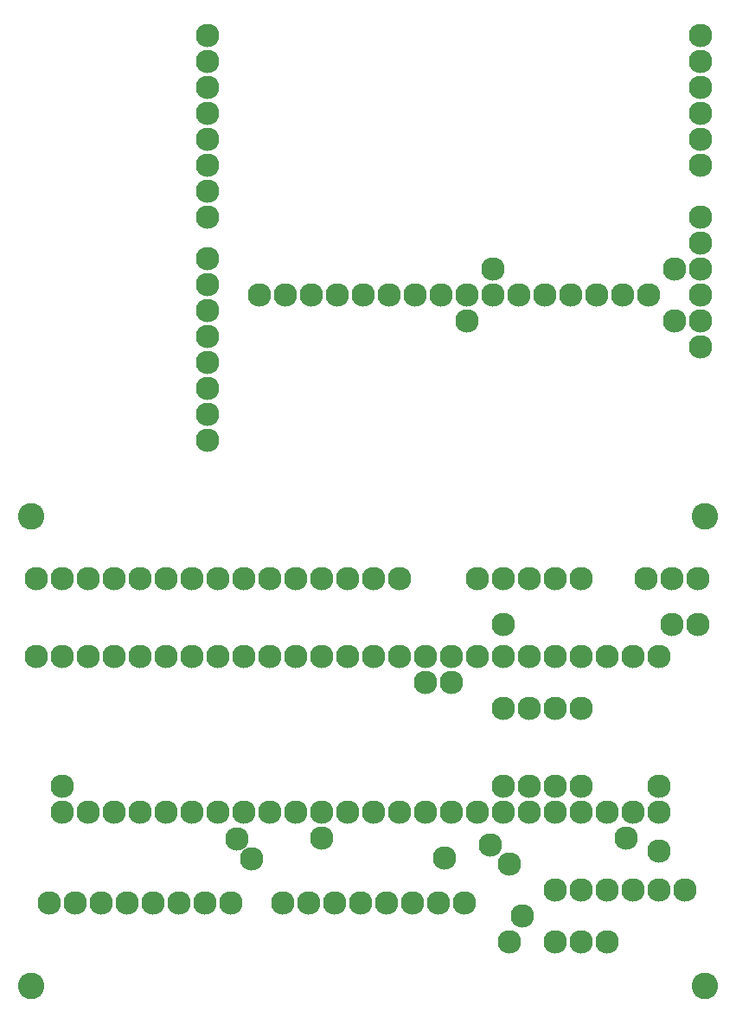
<source format=gbr>
%TF.GenerationSoftware,KiCad,Pcbnew,(5.1.6)-1*%
%TF.CreationDate,2023-08-21T10:03:40-05:00*%
%TF.ProjectId,uno_display_combined,756e6f5f-6469-4737-906c-61795f636f6d,rev?*%
%TF.SameCoordinates,Original*%
%TF.FileFunction,Soldermask,Bot*%
%TF.FilePolarity,Negative*%
%FSLAX46Y46*%
G04 Gerber Fmt 4.6, Leading zero omitted, Abs format (unit mm)*
G04 Created by KiCad (PCBNEW (5.1.6)-1) date 2023-08-21 10:03:40*
%MOMM*%
%LPD*%
G01*
G04 APERTURE LIST*
%ADD10C,2.300000*%
%ADD11C,2.600000*%
G04 APERTURE END LIST*
D10*
%TO.C,J1*%
X24360000Y69650000D03*
X26900000Y69650000D03*
X29440000Y69650000D03*
X31980000Y69650000D03*
X34520000Y69650000D03*
X37060000Y69650000D03*
X39600000Y69650000D03*
X42140000Y69650000D03*
%TD*%
%TO.C,J2*%
X62460000Y69650000D03*
X59920000Y69650000D03*
X57380000Y69650000D03*
X54840000Y69650000D03*
X52300000Y69650000D03*
X49760000Y69650000D03*
X47220000Y69650000D03*
X44680000Y69650000D03*
%TD*%
%TO.C,U1*%
X19280000Y95050000D03*
X19280000Y92510000D03*
X19280000Y89970000D03*
X19280000Y87430000D03*
X19280000Y84890000D03*
X19280000Y82350000D03*
X19280000Y79810000D03*
X19280000Y77270000D03*
X19280000Y73206000D03*
X19280000Y70666000D03*
X19280000Y68126000D03*
X19280000Y65586000D03*
X19280000Y63046000D03*
X19280000Y60506000D03*
X19280000Y57966000D03*
X19280000Y55426000D03*
X67540000Y64570000D03*
X67540000Y67110000D03*
X67540000Y69650000D03*
X67540000Y72190000D03*
X67540000Y74730000D03*
X67540000Y77270000D03*
X67540000Y82350000D03*
X67540000Y84890000D03*
X67540000Y87430000D03*
X67540000Y89970000D03*
X67540000Y92510000D03*
X67540000Y95050000D03*
%TD*%
%TO.C,J1*%
X66040000Y11430000D03*
X63500000Y11430000D03*
X60960000Y11430000D03*
X58420000Y11430000D03*
X55880000Y11430000D03*
X53340000Y11430000D03*
%TD*%
%TO.C,J4*%
X58420000Y6350000D03*
X55880000Y6350000D03*
X53340000Y6350000D03*
%TD*%
%TO.C,J5*%
X67310000Y41910000D03*
X64770000Y41910000D03*
X62230000Y41910000D03*
%TD*%
%TO.C,J6*%
X45720000Y41910000D03*
X48260000Y41910000D03*
X50800000Y41910000D03*
X53340000Y41910000D03*
X55880000Y41910000D03*
%TD*%
%TO.C,J7*%
X27940000Y41910000D03*
X30480000Y41910000D03*
X33020000Y41910000D03*
X35560000Y41910000D03*
X38100000Y41910000D03*
%TD*%
%TO.C,J8*%
X15240000Y41910000D03*
X17780000Y41910000D03*
X20320000Y41910000D03*
X22860000Y41910000D03*
X25400000Y41910000D03*
%TD*%
%TO.C,J9*%
X2540000Y41910000D03*
X5080000Y41910000D03*
X7620000Y41910000D03*
X10160000Y41910000D03*
X12700000Y41910000D03*
%TD*%
D11*
%TO.C,REF\u002A\u002A*%
X2000000Y48000000D03*
%TD*%
%TO.C,REF\u002A\u002A*%
X68000000Y2000000D03*
%TD*%
%TO.C,REF\u002A\u002A*%
X68000000Y48000000D03*
%TD*%
%TO.C,REF\u002A\u002A*%
X2000000Y2000000D03*
%TD*%
D10*
%TO.C,R1*%
X55880000Y21590000D03*
X55880000Y29210000D03*
%TD*%
%TO.C,U1*%
X63500000Y34290000D03*
X60960000Y34290000D03*
X58420000Y34290000D03*
X55880000Y34290000D03*
X53340000Y34290000D03*
X50800000Y34290000D03*
X48260000Y34290000D03*
X45720000Y34290000D03*
X43180000Y34290000D03*
X40640000Y34290000D03*
X38100000Y34290000D03*
X35560000Y34290000D03*
X33020000Y34290000D03*
X30480000Y34290000D03*
X27940000Y34290000D03*
X25400000Y34290000D03*
X22860000Y34290000D03*
X20320000Y34290000D03*
X17780000Y34290000D03*
X15240000Y34290000D03*
X12700000Y34290000D03*
X10160000Y34290000D03*
X7620000Y34290000D03*
X5080000Y34290000D03*
X5080000Y19050000D03*
X7620000Y19050000D03*
X10160000Y19050000D03*
X12700000Y19050000D03*
X15240000Y19050000D03*
X17780000Y19050000D03*
X20320000Y19050000D03*
X22860000Y19050000D03*
X25400000Y19050000D03*
X27940000Y19050000D03*
X30480000Y19050000D03*
X33020000Y19050000D03*
X35560000Y19050000D03*
X38100000Y19050000D03*
X40640000Y19050000D03*
X43180000Y19050000D03*
X45720000Y19050000D03*
X48260000Y19050000D03*
X50800000Y19050000D03*
X53340000Y19050000D03*
X55880000Y19050000D03*
X58420000Y19050000D03*
X60960000Y19050000D03*
X63500000Y19050000D03*
%TD*%
%TO.C,J2*%
X26670000Y10160000D03*
X29210000Y10160000D03*
X31750000Y10160000D03*
X34290000Y10160000D03*
X36830000Y10160000D03*
X39370000Y10160000D03*
X41910000Y10160000D03*
X44450000Y10160000D03*
%TD*%
%TO.C,J3*%
X21590000Y10160000D03*
X19050000Y10160000D03*
X16510000Y10160000D03*
X13970000Y10160000D03*
X11430000Y10160000D03*
X8890000Y10160000D03*
X6350000Y10160000D03*
X3810000Y10160000D03*
%TD*%
%TO.C,R2*%
X53340000Y21590000D03*
X53340000Y29210000D03*
%TD*%
%TO.C,R3*%
X50800000Y29210000D03*
X50800000Y21590000D03*
%TD*%
%TO.C,R4*%
X48260000Y21590000D03*
X48260000Y29210000D03*
%TD*%
X44680000Y67110000D03*
X65000000Y67110000D03*
X60325000Y16510000D03*
X46990000Y15875000D03*
X47220000Y72190000D03*
X65000000Y72190000D03*
X67310000Y37465000D03*
X63500000Y21590000D03*
X48895000Y13970000D03*
X63500000Y15240000D03*
X30480000Y16510000D03*
X22225000Y16430900D03*
X42545000Y14605000D03*
X23644113Y14455887D03*
X43180000Y31750000D03*
X50165000Y8890000D03*
X40640000Y31750000D03*
X48895000Y6350000D03*
X48260000Y37465000D03*
X64770000Y37465000D03*
X5080000Y21590000D03*
X2540000Y34290000D03*
M02*

</source>
